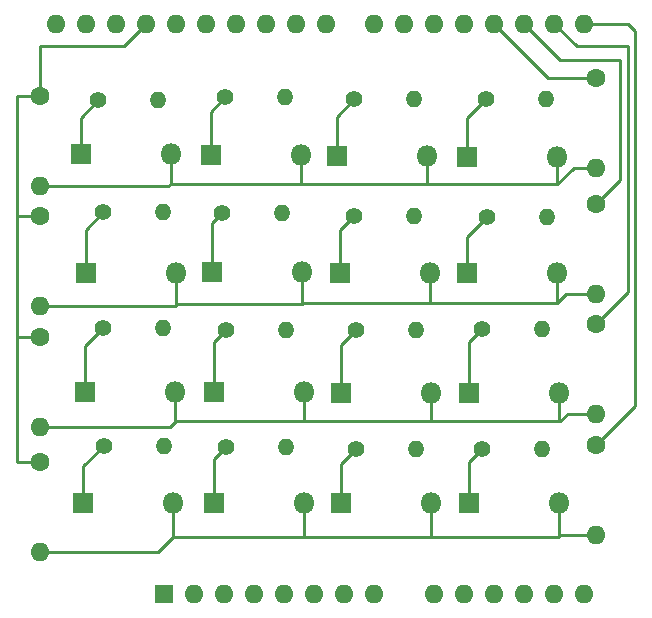
<source format=gbr>
%TF.GenerationSoftware,KiCad,Pcbnew,(6.0.10)*%
%TF.CreationDate,2023-01-21T21:44:47-06:00*%
%TF.ProjectId,Keypad,4b657970-6164-42e6-9b69-6361645f7063,rev?*%
%TF.SameCoordinates,Original*%
%TF.FileFunction,Copper,L1,Top*%
%TF.FilePolarity,Positive*%
%FSLAX46Y46*%
G04 Gerber Fmt 4.6, Leading zero omitted, Abs format (unit mm)*
G04 Created by KiCad (PCBNEW (6.0.10)) date 2023-01-21 21:44:47*
%MOMM*%
%LPD*%
G01*
G04 APERTURE LIST*
%TA.AperFunction,ComponentPad*%
%ADD10R,1.800000X1.800000*%
%TD*%
%TA.AperFunction,ComponentPad*%
%ADD11O,1.800000X1.800000*%
%TD*%
%TA.AperFunction,ComponentPad*%
%ADD12C,1.400000*%
%TD*%
%TA.AperFunction,ComponentPad*%
%ADD13O,1.400000X1.400000*%
%TD*%
%TA.AperFunction,ComponentPad*%
%ADD14C,1.600000*%
%TD*%
%TA.AperFunction,ComponentPad*%
%ADD15O,1.600000X1.600000*%
%TD*%
%TA.AperFunction,ComponentPad*%
%ADD16R,1.600000X1.600000*%
%TD*%
%TA.AperFunction,Conductor*%
%ADD17C,0.250000*%
%TD*%
G04 APERTURE END LIST*
D10*
%TO.P,D8,1,K*%
%TO.N,Net-(D8-Pad1)*%
X128422400Y-87299800D03*
D11*
%TO.P,D8,2,A*%
%TO.N,Net-(D12-Pad2)*%
X136042400Y-87299800D03*
%TD*%
D12*
%TO.P,SW12,1,1*%
%TO.N,Net-(D12-Pad1)*%
X140487400Y-82727800D03*
D13*
%TO.P,SW12,2,2*%
%TO.N,Net-(SW10-Pad2)*%
X145567400Y-82727800D03*
%TD*%
D10*
%TO.P,D16,1,K*%
%TO.N,Net-(D16-Pad1)*%
X150012400Y-87299800D03*
D11*
%TO.P,D16,2,A*%
%TO.N,Net-(D12-Pad2)*%
X157632400Y-87299800D03*
%TD*%
D14*
%TO.P,R1_330,1*%
%TO.N,Net-(R1_330-Pad1)*%
X160782000Y-82423000D03*
D15*
%TO.P,R1_330,2*%
%TO.N,Net-(D12-Pad2)*%
X160782000Y-90043000D03*
%TD*%
D10*
%TO.P,D13,1,K*%
%TO.N,Net-(D13-Pad1)*%
X149834600Y-57988200D03*
D11*
%TO.P,D13,2,A*%
%TO.N,Net-(D1-Pad2)*%
X157454600Y-57988200D03*
%TD*%
D12*
%TO.P,SW14,1,1*%
%TO.N,Net-(D14-Pad1)*%
X151587200Y-63093600D03*
D13*
%TO.P,SW14,2,2*%
%TO.N,Net-(SW13-Pad2)*%
X156667200Y-63093600D03*
%TD*%
D10*
%TO.P,D7,1,K*%
%TO.N,Net-(D7-Pad1)*%
X128422400Y-77901800D03*
D11*
%TO.P,D7,2,A*%
%TO.N,Net-(D11-Pad2)*%
X136042400Y-77901800D03*
%TD*%
D12*
%TO.P,SW6,1,1*%
%TO.N,Net-(D6-Pad1)*%
X129133600Y-62788800D03*
D13*
%TO.P,SW6,2,2*%
%TO.N,Net-(SW5-Pad2)*%
X134213600Y-62788800D03*
%TD*%
D12*
%TO.P,SW9,1,1*%
%TO.N,Net-(D9-Pad1)*%
X140309600Y-53111400D03*
D13*
%TO.P,SW9,2,2*%
%TO.N,Net-(SW10-Pad2)*%
X145389600Y-53111400D03*
%TD*%
D10*
%TO.P,D6,1,K*%
%TO.N,Net-(D6-Pad1)*%
X128295400Y-67741800D03*
D11*
%TO.P,D6,2,A*%
%TO.N,Net-(D10-Pad2)*%
X135915400Y-67741800D03*
%TD*%
D12*
%TO.P,SW11,1,1*%
%TO.N,Net-(D11-Pad1)*%
X140487400Y-72694800D03*
D13*
%TO.P,SW11,2,2*%
%TO.N,Net-(SW10-Pad2)*%
X145567400Y-72694800D03*
%TD*%
D14*
%TO.P,R2_330,1*%
%TO.N,Net-(R2_330-Pad1)*%
X160782000Y-72136000D03*
D15*
%TO.P,R2_330,2*%
%TO.N,Net-(D11-Pad2)*%
X160782000Y-79756000D03*
%TD*%
D14*
%TO.P,R3_330,1*%
%TO.N,Net-(R3_330-Pad1)*%
X160782000Y-61976000D03*
D15*
%TO.P,R3_330,2*%
%TO.N,Net-(D10-Pad2)*%
X160782000Y-69596000D03*
%TD*%
D10*
%TO.P,D1,1,K*%
%TO.N,Net-(D1-Pad1)*%
X117144800Y-57785000D03*
D11*
%TO.P,D1,2,A*%
%TO.N,Net-(D1-Pad2)*%
X124764800Y-57785000D03*
%TD*%
D10*
%TO.P,D9,1,K*%
%TO.N,Net-(D9-Pad1)*%
X138836400Y-57937400D03*
D11*
%TO.P,D9,2,A*%
%TO.N,Net-(D1-Pad2)*%
X146456400Y-57937400D03*
%TD*%
D10*
%TO.P,D10,1,K*%
%TO.N,Net-(D10-Pad1)*%
X139090400Y-67868800D03*
D11*
%TO.P,D10,2,A*%
%TO.N,Net-(D10-Pad2)*%
X146710400Y-67868800D03*
%TD*%
D10*
%TO.P,D14,1,K*%
%TO.N,Net-(D14-Pad1)*%
X149885400Y-67868800D03*
D11*
%TO.P,D14,2,A*%
%TO.N,Net-(D10-Pad2)*%
X157505400Y-67868800D03*
%TD*%
D10*
%TO.P,D4,1,K*%
%TO.N,Net-(D4-Pad1)*%
X117373400Y-87299800D03*
D11*
%TO.P,D4,2,A*%
%TO.N,Net-(D12-Pad2)*%
X124993400Y-87299800D03*
%TD*%
D10*
%TO.P,D11,1,K*%
%TO.N,Net-(D11-Pad1)*%
X139217400Y-78028800D03*
D11*
%TO.P,D11,2,A*%
%TO.N,Net-(D11-Pad2)*%
X146837400Y-78028800D03*
%TD*%
D12*
%TO.P,SW15,1,1*%
%TO.N,Net-(D15-Pad1)*%
X151155400Y-72567800D03*
D13*
%TO.P,SW15,2,2*%
%TO.N,Net-(SW13-Pad2)*%
X156235400Y-72567800D03*
%TD*%
D14*
%TO.P,R5_1K,1*%
%TO.N,Net-(R5_330-Pad1)*%
X113665000Y-52832000D03*
D15*
%TO.P,R5_1K,2*%
%TO.N,Net-(D1-Pad2)*%
X113665000Y-60452000D03*
%TD*%
D10*
%TO.P,D3,1,K*%
%TO.N,Net-(D3-Pad1)*%
X117500400Y-77876400D03*
D11*
%TO.P,D3,2,A*%
%TO.N,Net-(D11-Pad2)*%
X125120400Y-77876400D03*
%TD*%
%TO.P,D5,2,A*%
%TO.N,Net-(D1-Pad2)*%
X135788400Y-57835800D03*
D10*
%TO.P,D5,1,K*%
%TO.N,Net-(D5-Pad1)*%
X128168400Y-57835800D03*
%TD*%
%TO.P,D12,1,K*%
%TO.N,Net-(D12-Pad1)*%
X139217400Y-87299800D03*
D11*
%TO.P,D12,2,A*%
%TO.N,Net-(D12-Pad2)*%
X146837400Y-87299800D03*
%TD*%
D12*
%TO.P,SW13,1,1*%
%TO.N,Net-(D13-Pad1)*%
X151434800Y-53111400D03*
D13*
%TO.P,SW13,2,2*%
%TO.N,Net-(SW13-Pad2)*%
X156514800Y-53111400D03*
%TD*%
D12*
%TO.P,SW5,1,1*%
%TO.N,Net-(D5-Pad1)*%
X129387600Y-52959000D03*
D13*
%TO.P,SW5,2,2*%
%TO.N,Net-(SW5-Pad2)*%
X134467600Y-52959000D03*
%TD*%
D16*
%TO.P,Keypad,1,NC*%
%TO.N,unconnected-(U1-Pad1)*%
X124206000Y-94996000D03*
D15*
%TO.P,Keypad,2,IOREF*%
%TO.N,unconnected-(U1-Pad2)*%
X126746000Y-94996000D03*
%TO.P,Keypad,3,~{RESET}*%
%TO.N,unconnected-(U1-Pad3)*%
X129286000Y-94996000D03*
%TO.P,Keypad,4,3V3*%
%TO.N,unconnected-(U1-Pad4)*%
X131826000Y-94996000D03*
%TO.P,Keypad,5,+5V*%
%TO.N,unconnected-(U1-Pad5)*%
X134366000Y-94996000D03*
%TO.P,Keypad,6,GND*%
%TO.N,unconnected-(U1-Pad6)*%
X136906000Y-94996000D03*
%TO.P,Keypad,7,GND*%
%TO.N,unconnected-(U1-Pad7)*%
X139446000Y-94996000D03*
%TO.P,Keypad,8,VIN*%
%TO.N,unconnected-(U1-Pad8)*%
X141986000Y-94996000D03*
%TO.P,Keypad,9,A0*%
%TO.N,unconnected-(U1-Pad9)*%
X147066000Y-94996000D03*
%TO.P,Keypad,10,A1*%
%TO.N,unconnected-(U1-Pad10)*%
X149606000Y-94996000D03*
%TO.P,Keypad,11,A2*%
%TO.N,unconnected-(U1-Pad11)*%
X152146000Y-94996000D03*
%TO.P,Keypad,12,A3*%
%TO.N,unconnected-(U1-Pad12)*%
X154686000Y-94996000D03*
%TO.P,Keypad,13,SDA/A4*%
%TO.N,unconnected-(U1-Pad13)*%
X157226000Y-94996000D03*
%TO.P,Keypad,14,SCL/A5*%
%TO.N,unconnected-(U1-Pad14)*%
X159766000Y-94996000D03*
%TO.P,Keypad,15,D0/RX*%
%TO.N,Net-(R1_330-Pad1)*%
X159766000Y-46736000D03*
%TO.P,Keypad,16,D1/TX*%
%TO.N,Net-(R2_330-Pad1)*%
X157226000Y-46736000D03*
%TO.P,Keypad,17,D2*%
%TO.N,Net-(R3_330-Pad1)*%
X154686000Y-46736000D03*
%TO.P,Keypad,18,D3*%
%TO.N,Net-(R4_330-Pad1)*%
X152146000Y-46736000D03*
%TO.P,Keypad,19,D4*%
%TO.N,Net-(SW13-Pad2)*%
X149606000Y-46736000D03*
%TO.P,Keypad,20,D5*%
%TO.N,Net-(SW10-Pad2)*%
X147066000Y-46736000D03*
%TO.P,Keypad,21,D6*%
%TO.N,Net-(SW5-Pad2)*%
X144526000Y-46736000D03*
%TO.P,Keypad,22,D7*%
%TO.N,Net-(SW1-Pad2)*%
X141986000Y-46736000D03*
%TO.P,Keypad,23,D8*%
%TO.N,unconnected-(U1-Pad23)*%
X137926000Y-46736000D03*
%TO.P,Keypad,24,D9*%
%TO.N,unconnected-(U1-Pad24)*%
X135386000Y-46736000D03*
%TO.P,Keypad,25,D10*%
%TO.N,unconnected-(U1-Pad25)*%
X132846000Y-46736000D03*
%TO.P,Keypad,26,D11*%
%TO.N,unconnected-(U1-Pad26)*%
X130306000Y-46736000D03*
%TO.P,Keypad,27,D12*%
%TO.N,unconnected-(U1-Pad27)*%
X127766000Y-46736000D03*
%TO.P,Keypad,28,D13*%
%TO.N,unconnected-(U1-Pad28)*%
X125226000Y-46736000D03*
%TO.P,Keypad,29,GND*%
%TO.N,Net-(R5_330-Pad1)*%
X122686000Y-46736000D03*
%TO.P,Keypad,30,AREF*%
%TO.N,unconnected-(U1-Pad30)*%
X120146000Y-46736000D03*
%TO.P,Keypad,31,SDA/A4*%
%TO.N,unconnected-(U1-Pad31)*%
X117606000Y-46736000D03*
%TO.P,Keypad,32,SCL/A5*%
%TO.N,unconnected-(U1-Pad32)*%
X115066000Y-46736000D03*
%TD*%
D12*
%TO.P,SW10,1,1*%
%TO.N,Net-(D10-Pad1)*%
X140309600Y-62992000D03*
D13*
%TO.P,SW10,2,2*%
%TO.N,Net-(SW10-Pad2)*%
X145389600Y-62992000D03*
%TD*%
D12*
%TO.P,SW16,1,1*%
%TO.N,Net-(D16-Pad1)*%
X151155400Y-82727800D03*
D13*
%TO.P,SW16,2,2*%
%TO.N,Net-(SW13-Pad2)*%
X156235400Y-82727800D03*
%TD*%
D14*
%TO.P,R7_1K,1*%
%TO.N,Net-(R5_330-Pad1)*%
X113665000Y-73279000D03*
D15*
%TO.P,R7_1K,2*%
%TO.N,Net-(D11-Pad2)*%
X113665000Y-80899000D03*
%TD*%
D10*
%TO.P,D15,1,K*%
%TO.N,Net-(D15-Pad1)*%
X150012400Y-78028800D03*
D11*
%TO.P,D15,2,A*%
%TO.N,Net-(D11-Pad2)*%
X157632400Y-78028800D03*
%TD*%
D12*
%TO.P,SW8,1,1*%
%TO.N,Net-(D8-Pad1)*%
X129413000Y-82600800D03*
D13*
%TO.P,SW8,2,2*%
%TO.N,Net-(SW5-Pad2)*%
X134493000Y-82600800D03*
%TD*%
D12*
%TO.P,SW4,1,1*%
%TO.N,Net-(D4-Pad1)*%
X119100600Y-82448400D03*
D13*
%TO.P,SW4,2,2*%
%TO.N,Net-(SW1-Pad2)*%
X124180600Y-82448400D03*
%TD*%
D12*
%TO.P,SW3,1,1*%
%TO.N,Net-(D3-Pad1)*%
X118999000Y-72491600D03*
D13*
%TO.P,SW3,2,2*%
%TO.N,Net-(SW1-Pad2)*%
X124079000Y-72491600D03*
%TD*%
D14*
%TO.P,R4_330,1*%
%TO.N,Net-(R4_330-Pad1)*%
X160782000Y-51308000D03*
D15*
%TO.P,R4_330,2*%
%TO.N,Net-(D1-Pad2)*%
X160782000Y-58928000D03*
%TD*%
D12*
%TO.P,SW2,1,1*%
%TO.N,Net-(D2-Pad1)*%
X119075200Y-62687200D03*
D13*
%TO.P,SW2,2,2*%
%TO.N,Net-(SW1-Pad2)*%
X124155200Y-62687200D03*
%TD*%
D14*
%TO.P,R6_1K,1*%
%TO.N,Net-(R5_330-Pad1)*%
X113665000Y-62992000D03*
D15*
%TO.P,R6_1K,2*%
%TO.N,Net-(D10-Pad2)*%
X113665000Y-70612000D03*
%TD*%
D10*
%TO.P,D2,1,K*%
%TO.N,Net-(D2-Pad1)*%
X117576600Y-67818000D03*
D11*
%TO.P,D2,2,A*%
%TO.N,Net-(D10-Pad2)*%
X125196600Y-67818000D03*
%TD*%
D12*
%TO.P,SW1,1,1*%
%TO.N,Net-(D1-Pad1)*%
X118618000Y-53213000D03*
D13*
%TO.P,SW1,2,2*%
%TO.N,Net-(SW1-Pad2)*%
X123698000Y-53213000D03*
%TD*%
D14*
%TO.P,R8_1K,1*%
%TO.N,Net-(R5_330-Pad1)*%
X113665000Y-83820000D03*
D15*
%TO.P,R8_1K,2*%
%TO.N,Net-(D12-Pad2)*%
X113665000Y-91440000D03*
%TD*%
D12*
%TO.P,SW7,1,1*%
%TO.N,Net-(D7-Pad1)*%
X129438400Y-72694800D03*
D13*
%TO.P,SW7,2,2*%
%TO.N,Net-(SW5-Pad2)*%
X134518400Y-72694800D03*
%TD*%
D17*
%TO.N,Net-(D16-Pad1)*%
X150012400Y-83870800D02*
X151155400Y-82727800D01*
X150012400Y-87299800D02*
X150012400Y-83870800D01*
%TO.N,Net-(D12-Pad1)*%
X139217400Y-83997800D02*
X140487400Y-82727800D01*
X139217400Y-87299800D02*
X139217400Y-83997800D01*
%TO.N,Net-(D8-Pad1)*%
X128422400Y-83591400D02*
X129413000Y-82600800D01*
X128422400Y-87299800D02*
X128422400Y-83591400D01*
%TO.N,Net-(D4-Pad1)*%
X117373400Y-84175600D02*
X119100600Y-82448400D01*
X117373400Y-87299800D02*
X117373400Y-84175600D01*
%TO.N,Net-(D15-Pad1)*%
X150012400Y-73710800D02*
X151155400Y-72567800D01*
X150012400Y-78028800D02*
X150012400Y-73710800D01*
%TO.N,Net-(D11-Pad1)*%
X139217400Y-73964800D02*
X140487400Y-72694800D01*
X139217400Y-78028800D02*
X139217400Y-73964800D01*
%TO.N,Net-(D7-Pad1)*%
X128422400Y-73710800D02*
X129438400Y-72694800D01*
X128422400Y-77901800D02*
X128422400Y-73710800D01*
%TO.N,Net-(D3-Pad1)*%
X117500400Y-73990200D02*
X118999000Y-72491600D01*
X117500400Y-77876400D02*
X117500400Y-73990200D01*
%TO.N,Net-(D9-Pad1)*%
X138836400Y-54584600D02*
X140309600Y-53111400D01*
X138836400Y-57937400D02*
X138836400Y-54584600D01*
%TO.N,Net-(D13-Pad1)*%
X149834600Y-54711600D02*
X151434800Y-53111400D01*
X149834600Y-57988200D02*
X149834600Y-54711600D01*
%TO.N,Net-(D14-Pad1)*%
X149885400Y-64795400D02*
X151587200Y-63093600D01*
X149885400Y-67868800D02*
X149885400Y-64795400D01*
%TO.N,Net-(D10-Pad1)*%
X139090400Y-67868800D02*
X139090400Y-64211200D01*
X139090400Y-64211200D02*
X140309600Y-62992000D01*
%TO.N,Net-(D6-Pad1)*%
X128295400Y-67741800D02*
X128295400Y-63627000D01*
X128295400Y-63627000D02*
X129133600Y-62788800D01*
%TO.N,Net-(D5-Pad1)*%
X128168400Y-54178200D02*
X129387600Y-52959000D01*
X128168400Y-57835800D02*
X128168400Y-54178200D01*
%TO.N,Net-(D2-Pad1)*%
X117576600Y-64185800D02*
X119075200Y-62687200D01*
X117576600Y-67818000D02*
X117576600Y-64185800D01*
%TO.N,Net-(D1-Pad1)*%
X117144800Y-57785000D02*
X117144800Y-54686200D01*
X117144800Y-54686200D02*
X118618000Y-53213000D01*
%TO.N,Net-(R5_330-Pad1)*%
X111760000Y-83820000D02*
X113665000Y-83820000D01*
X111760000Y-73279000D02*
X111760000Y-83820000D01*
X111760000Y-73279000D02*
X113665000Y-73279000D01*
X111760000Y-62992000D02*
X111760000Y-73279000D01*
X111760000Y-52832000D02*
X111760000Y-62992000D01*
X111760000Y-62992000D02*
X113665000Y-62992000D01*
X113665000Y-52832000D02*
X111760000Y-52832000D01*
X120781000Y-48641000D02*
X122686000Y-46736000D01*
X113665000Y-48641000D02*
X120781000Y-48641000D01*
X113665000Y-52832000D02*
X113665000Y-48641000D01*
%TO.N,Net-(D1-Pad2)*%
X124587000Y-60452000D02*
X113665000Y-60452000D01*
X124714000Y-60325000D02*
X124587000Y-60452000D01*
X124764800Y-57785000D02*
X124764800Y-60274200D01*
X135636000Y-60325000D02*
X146431000Y-60325000D01*
X124764800Y-60274200D02*
X124714000Y-60325000D01*
X157454600Y-60299600D02*
X157454600Y-57988200D01*
X146431000Y-60325000D02*
X146456400Y-60299600D01*
X146431000Y-60325000D02*
X157480000Y-60325000D01*
X135636000Y-60325000D02*
X135788400Y-60172600D01*
X157480000Y-60325000D02*
X157454600Y-60299600D01*
X124714000Y-60325000D02*
X135636000Y-60325000D01*
X160782000Y-58928000D02*
X158877000Y-58928000D01*
X146456400Y-60299600D02*
X146456400Y-57937400D01*
X158877000Y-58928000D02*
X157480000Y-60325000D01*
X135788400Y-60172600D02*
X135788400Y-57835800D01*
%TO.N,Net-(D10-Pad2)*%
X125323600Y-70459600D02*
X125196600Y-70332600D01*
X146710400Y-70332600D02*
X146710400Y-67868800D01*
X146710400Y-70332600D02*
X146685000Y-70358000D01*
X146685000Y-70358000D02*
X136017000Y-70358000D01*
X157505400Y-70332600D02*
X157505400Y-67868800D01*
X158242000Y-69596000D02*
X157505400Y-70332600D01*
X125171200Y-70612000D02*
X113665000Y-70612000D01*
X125323600Y-70459600D02*
X125171200Y-70612000D01*
X125196600Y-70332600D02*
X125196600Y-67818000D01*
X136017000Y-70358000D02*
X135915400Y-70459600D01*
X135915400Y-70459600D02*
X135915400Y-67741800D01*
X160782000Y-69596000D02*
X158242000Y-69596000D01*
X157505400Y-70332600D02*
X146710400Y-70332600D01*
X135915400Y-70459600D02*
X125323600Y-70459600D01*
%TO.N,Net-(D11-Pad2)*%
X157632400Y-80365600D02*
X157632400Y-78028800D01*
X146837400Y-80365600D02*
X157581600Y-80365600D01*
X157607000Y-80391000D02*
X157632400Y-80365600D01*
X146812000Y-80391000D02*
X146837400Y-80365600D01*
X125120400Y-77876400D02*
X125120400Y-80289400D01*
X157581600Y-80365600D02*
X157607000Y-80391000D01*
X136042400Y-80365600D02*
X136042400Y-77901800D01*
X136017000Y-80391000D02*
X146812000Y-80391000D01*
X158369000Y-79756000D02*
X157734000Y-80391000D01*
X136017000Y-80391000D02*
X136042400Y-80365600D01*
X160782000Y-79756000D02*
X158369000Y-79756000D01*
X125120400Y-80289400D02*
X125222000Y-80391000D01*
X146837400Y-80365600D02*
X146837400Y-78028800D01*
X125222000Y-80391000D02*
X124714000Y-80899000D01*
X124714000Y-80899000D02*
X113665000Y-80899000D01*
X125222000Y-80391000D02*
X136017000Y-80391000D01*
%TO.N,Net-(D12-Pad2)*%
X136017000Y-90170000D02*
X136042400Y-90144600D01*
X136042400Y-90144600D02*
X136042400Y-87299800D01*
X124968000Y-90170000D02*
X124993400Y-90144600D01*
X136017000Y-90170000D02*
X124968000Y-90170000D01*
X123698000Y-91440000D02*
X113665000Y-91440000D01*
X124993400Y-90144600D02*
X124993400Y-87299800D01*
X146837400Y-90144600D02*
X146812000Y-90170000D01*
X157632400Y-90144600D02*
X146837400Y-90144600D01*
X160782000Y-90043000D02*
X157734000Y-90043000D01*
X157734000Y-90043000D02*
X157632400Y-90144600D01*
X146812000Y-90170000D02*
X136017000Y-90170000D01*
X146837400Y-90144600D02*
X146837400Y-87299800D01*
X124968000Y-90170000D02*
X123698000Y-91440000D01*
X157632400Y-90144600D02*
X157632400Y-87299800D01*
%TO.N,unconnected-(U1-Pad23)*%
X137926000Y-46833600D02*
X137769600Y-46990000D01*
X137926000Y-46736000D02*
X137926000Y-46833600D01*
%TO.N,Net-(R1_330-Pad1)*%
X160782000Y-82423000D02*
X164084000Y-79121000D01*
X164084000Y-47371000D02*
X163449000Y-46736000D01*
X164084000Y-79121000D02*
X164084000Y-47371000D01*
X163449000Y-46736000D02*
X159766000Y-46736000D01*
%TO.N,Net-(R2_330-Pad1)*%
X163449000Y-48641000D02*
X159131000Y-48641000D01*
X159131000Y-48641000D02*
X157226000Y-46736000D01*
X160782000Y-72136000D02*
X163449000Y-69469000D01*
X163449000Y-69469000D02*
X163449000Y-48641000D01*
%TO.N,Net-(R3_330-Pad1)*%
X162814000Y-59944000D02*
X162814000Y-49784000D01*
X160782000Y-61976000D02*
X162814000Y-59944000D01*
X162814000Y-49784000D02*
X157734000Y-49784000D01*
X157734000Y-49784000D02*
X154686000Y-46736000D01*
%TO.N,Net-(R4_330-Pad1)*%
X160782000Y-51308000D02*
X156718000Y-51308000D01*
X156718000Y-51308000D02*
X152146000Y-46736000D01*
%TD*%
M02*

</source>
